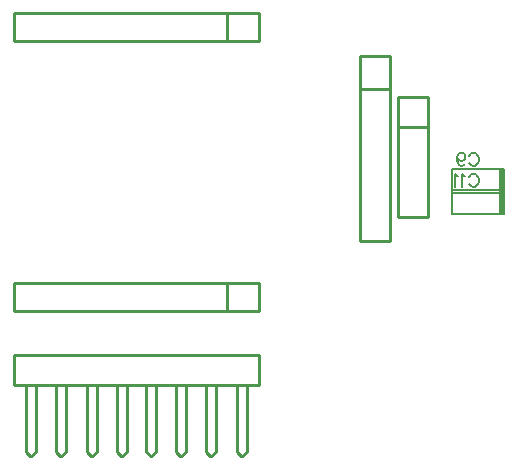
<source format=gbo>
G04 Layer: BottomSilkscreenLayer*
G04 EasyEDA v6.5.44, 2024-09-01 12:15:54*
G04 62699ee94d054cea995aae1e18215b50,9332716679504667801b7cb99b0421ba,10*
G04 Gerber Generator version 0.2*
G04 Scale: 100 percent, Rotated: No, Reflected: No *
G04 Dimensions in inches *
G04 leading zeros omitted , absolute positions ,3 integer and 6 decimal *
%FSLAX36Y36*%
%MOIN*%

%ADD10C,0.0060*%
%ADD11C,0.0060*%
%ADD12C,0.0100*%

%LPD*%
D10*
X2684300Y2120200D02*
G01*
X2686400Y2124299D01*
X2690500Y2128400D01*
X2694499Y2130399D01*
X2702700Y2130399D01*
X2706800Y2128400D01*
X2710900Y2124299D01*
X2713000Y2120200D01*
X2715000Y2114000D01*
X2715000Y2103800D01*
X2713000Y2097700D01*
X2710900Y2093600D01*
X2706800Y2089499D01*
X2702700Y2087500D01*
X2694499Y2087500D01*
X2690500Y2089499D01*
X2686400Y2093600D01*
X2684300Y2097700D01*
X2644200Y2116100D02*
G01*
X2646300Y2110000D01*
X2650399Y2105900D01*
X2656499Y2103800D01*
X2658500Y2103800D01*
X2664700Y2105900D01*
X2668800Y2110000D01*
X2670799Y2116100D01*
X2670799Y2118099D01*
X2668800Y2124299D01*
X2664700Y2128400D01*
X2658500Y2130399D01*
X2656499Y2130399D01*
X2650399Y2128400D01*
X2646300Y2124299D01*
X2644200Y2116100D01*
X2644200Y2105900D01*
X2646300Y2095599D01*
X2650399Y2089499D01*
X2656499Y2087500D01*
X2660600Y2087500D01*
X2666700Y2089499D01*
X2668800Y2093600D01*
X2684300Y2050199D02*
G01*
X2686400Y2054299D01*
X2690500Y2058400D01*
X2694499Y2060399D01*
X2702700Y2060399D01*
X2706800Y2058400D01*
X2710900Y2054299D01*
X2713000Y2050199D01*
X2715000Y2044000D01*
X2715000Y2033800D01*
X2713000Y2027699D01*
X2710900Y2023600D01*
X2706800Y2019499D01*
X2702700Y2017500D01*
X2694499Y2017500D01*
X2690500Y2019499D01*
X2686400Y2023600D01*
X2684300Y2027699D01*
X2670799Y2052199D02*
G01*
X2666700Y2054299D01*
X2660600Y2060399D01*
X2660600Y2017500D01*
X2647100Y2052199D02*
G01*
X2643000Y2054299D01*
X2636899Y2060399D01*
X2636899Y2017500D01*
G36*
X2785000Y2075000D02*
G01*
X2785000Y1995000D01*
X2800000Y1995000D01*
X2800000Y2075000D01*
G37*
G36*
X2785000Y2005000D02*
G01*
X2785000Y1925000D01*
X2800000Y1925000D01*
X2800000Y2005000D01*
G37*
D11*
X2785000Y2075000D02*
G01*
X2800000Y2075000D01*
X2800000Y1995000D01*
X2785000Y1995000D01*
X2625000Y2075000D02*
G01*
X2785000Y2075000D01*
X2785000Y1995000D01*
X2625000Y1995000D01*
X2625000Y2075000D01*
X2785000Y2005000D02*
G01*
X2800000Y2005000D01*
X2800000Y1925000D01*
X2785000Y1925000D01*
X2625000Y2005000D02*
G01*
X2785000Y2005000D01*
X2785000Y1925000D01*
X2625000Y1925000D01*
X2625000Y2005000D01*
D12*
X2447332Y2214740D02*
G01*
X2447332Y1915666D01*
X2547332Y1915666D01*
X2547332Y2315666D01*
X2447332Y2315666D01*
X2447332Y2214740D01*
X2447332Y2214740D02*
G01*
X2547332Y2214740D01*
X1875000Y2595000D02*
G01*
X1875000Y2505000D01*
X1984449Y2597240D02*
G01*
X1165550Y2597240D01*
X1165550Y2502750D01*
X1984449Y2502750D01*
X1984449Y2597240D01*
X1167124Y1454764D02*
G01*
X1167124Y1354764D01*
X1982872Y1454764D02*
G01*
X1167124Y1454764D01*
X1640352Y1354762D02*
G01*
X1640352Y1134434D01*
X1624458Y1118544D01*
X1606459Y1354762D02*
G01*
X1606459Y1133544D01*
X1621459Y1118544D01*
X1739638Y1354764D02*
G01*
X1739638Y1134436D01*
X1705744Y1354764D02*
G01*
X1705744Y1133544D01*
X1739638Y1354764D02*
G01*
X1739638Y1134436D01*
X1723743Y1118544D01*
X1705744Y1354764D02*
G01*
X1705744Y1133544D01*
X1720744Y1118544D01*
X1839601Y1354764D02*
G01*
X1839601Y1134436D01*
X1823707Y1118544D01*
X1805707Y1354764D02*
G01*
X1805707Y1133544D01*
X1820707Y1118544D01*
X1941963Y1354764D02*
G01*
X1941963Y1134436D01*
X1908069Y1354764D02*
G01*
X1908069Y1133544D01*
X1941963Y1354764D02*
G01*
X1941963Y1134436D01*
X1926071Y1118544D01*
X1908069Y1354764D02*
G01*
X1908069Y1133544D01*
X1923069Y1118544D01*
X1982872Y1354764D02*
G01*
X1167124Y1354764D01*
X1239638Y1354764D02*
G01*
X1239638Y1134436D01*
X1205744Y1354764D02*
G01*
X1205744Y1133544D01*
X1239638Y1354764D02*
G01*
X1239638Y1134436D01*
X1223743Y1118544D01*
X1205744Y1354764D02*
G01*
X1205744Y1133544D01*
X1220744Y1118544D01*
X1339601Y1354764D02*
G01*
X1339601Y1134436D01*
X1323707Y1118544D01*
X1305707Y1354764D02*
G01*
X1305707Y1133544D01*
X1320707Y1118544D01*
X1441963Y1354764D02*
G01*
X1441963Y1134436D01*
X1408069Y1354764D02*
G01*
X1408069Y1133544D01*
X1441963Y1354764D02*
G01*
X1441963Y1134436D01*
X1426071Y1118544D01*
X1408069Y1354764D02*
G01*
X1408069Y1133544D01*
X1423069Y1118544D01*
X1541927Y1354764D02*
G01*
X1541927Y1134436D01*
X1526033Y1118544D01*
X1508033Y1354764D02*
G01*
X1508033Y1133544D01*
X1523033Y1118544D01*
X1982872Y1354764D02*
G01*
X1982872Y1454764D01*
X1875000Y1695000D02*
G01*
X1875000Y1605000D01*
X1984449Y1697240D02*
G01*
X1165550Y1697240D01*
X1165550Y1602750D01*
X1984449Y1602750D01*
X1984449Y1697240D01*
X2320000Y1836732D02*
G01*
X2420000Y1836732D01*
X2320000Y2453267D02*
G01*
X2320000Y1836732D01*
X2420000Y2453267D02*
G01*
X2420000Y1836732D01*
X2320000Y2344074D02*
G01*
X2420000Y2344074D01*
X2320000Y2453267D02*
G01*
X2420000Y2453267D01*
M02*

</source>
